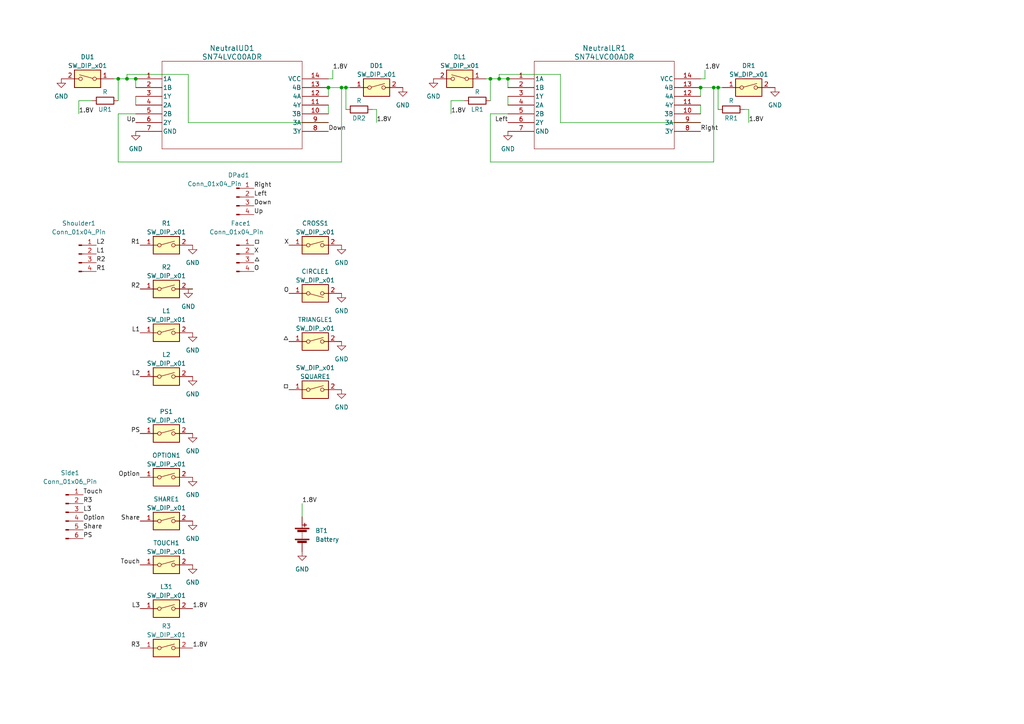
<source format=kicad_sch>
(kicad_sch (version 20230121) (generator eeschema)
  (paper "A4")
  (lib_symbols
    (symbol "2023-06-08_19-18-01:SN7400N" (pin_names (offset 0.254))
      (property "Reference" "U" (at 27.94 10.16 0))
      (property "Value" "SN7400N" (at 27.94 7.62 0))
      (symbol "SN7400N_0_1"
        (polyline (pts (xy 7.62 -20.32) (xy 48.26 -20.32)) (stroke (width 0.127)))
        (polyline (pts (xy 7.62 5.08) (xy 7.62 -20.32)) (stroke (width 0.127)))
        (polyline (pts (xy 48.26 -20.32) (xy 48.26 5.08)) (stroke (width 0.127)))
        (polyline (pts (xy 48.26 5.08) (xy 7.62 5.08)) (stroke (width 0.127)))
        (pin input line (at 0 0 0) (length 7.62) (name "1A") (number "1"))
        (pin input line (at 55.88 -10.16 180) (length 7.62) (name "3B") (number "10"))
        (pin output line (at 55.88 -7.62 180) (length 7.62) (name "4Y") (number "11"))
        (pin input line (at 55.88 -5.08 180) (length 7.62) (name "4A") (number "12"))
        (pin input line (at 55.88 -2.54 180) (length 7.62) (name "4B") (number "13"))
        (pin power_in line (at 55.88 0 180) (length 7.62) (name "VCC") (number "14"))
        (pin input line (at 0 -2.54 0) (length 7.62) (name "1B") (number "2"))
        (pin output line (at 0 -5.08 0) (length 7.62) (name "1Y") (number "3"))
        (pin input line (at 0 -7.62 0) (length 7.62) (name "2A") (number "4"))
        (pin input line (at 0 -10.16 0) (length 7.62) (name "2B") (number "5"))
        (pin output line (at 0 -12.7 0) (length 7.62) (name "2Y") (number "6"))
        (pin power_in line (at 0 -15.24 0) (length 7.62) (name "GND") (number "7"))
        (pin output line (at 55.88 -15.24 180) (length 7.62) (name "3Y") (number "8"))
        (pin input line (at 55.88 -12.7 180) (length 7.62) (name "3A") (number "9"))
      )
    )
    (symbol "Connector:Conn_01x04_Pin" (pin_names (offset 1.016) hide)
      (property "Reference" "J" (at 0 5.08 0))
      (property "Value" "Conn_01x04_Pin" (at 0 -7.62 0))
      (symbol "Conn_01x04_Pin_1_1"
        (polyline (pts (xy 1.27 -5.08) (xy 0.8636 -5.08)) (stroke (width 0.1524)))
        (polyline (pts (xy 1.27 -2.54) (xy 0.8636 -2.54)) (stroke (width 0.1524)))
        (polyline (pts (xy 1.27 0) (xy 0.8636 0)) (stroke (width 0.1524)))
        (polyline (pts (xy 1.27 2.54) (xy 0.8636 2.54)) (stroke (width 0.1524)))
        (rectangle (start 0.8636 -4.953) (end 0 -5.207) (stroke (width 0.1524)) (fill (type outline)))
        (rectangle (start 0.8636 -2.413) (end 0 -2.667) (stroke (width 0.1524)) (fill (type outline)))
        (rectangle (start 0.8636 0.127) (end 0 -0.127) (stroke (width 0.1524)) (fill (type outline)))
        (rectangle (start 0.8636 2.667) (end 0 2.413) (stroke (width 0.1524)) (fill (type outline)))
        (pin passive line (at 5.08 2.54 180) (length 3.81) (name "Pin_1") (number "1"))
        (pin passive line (at 5.08 0 180) (length 3.81) (name "Pin_2") (number "2"))
        (pin passive line (at 5.08 -2.54 180) (length 3.81) (name "Pin_3") (number "3"))
        (pin passive line (at 5.08 -5.08 180) (length 3.81) (name "Pin_4") (number "4"))
      )
    )
    (symbol "Connector:Conn_01x06_Pin" (pin_names (offset 1.016) hide)
      (property "Reference" "J" (at 0 7.62 0))
      (property "Value" "Conn_01x06_Pin" (at 0 -10.16 0))
      (symbol "Conn_01x06_Pin_1_1"
        (polyline (pts (xy 1.27 -7.62) (xy 0.8636 -7.62)) (stroke (width 0.1524)))
        (polyline (pts (xy 1.27 -5.08) (xy 0.8636 -5.08)) (stroke (width 0.1524)))
        (polyline (pts (xy 1.27 -2.54) (xy 0.8636 -2.54)) (stroke (width 0.1524)))
        (polyline (pts (xy 1.27 0) (xy 0.8636 0)) (stroke (width 0.1524)))
        (polyline (pts (xy 1.27 2.54) (xy 0.8636 2.54)) (stroke (width 0.1524)))
        (polyline (pts (xy 1.27 5.08) (xy 0.8636 5.08)) (stroke (width 0.1524)))
        (rectangle (start 0.8636 -7.493) (end 0 -7.747) (stroke (width 0.1524)) (fill (type outline)))
        (rectangle (start 0.8636 -4.953) (end 0 -5.207) (stroke (width 0.1524)) (fill (type outline)))
        (rectangle (start 0.8636 -2.413) (end 0 -2.667) (stroke (width 0.1524)) (fill (type outline)))
        (rectangle (start 0.8636 0.127) (end 0 -0.127) (stroke (width 0.1524)) (fill (type outline)))
        (rectangle (start 0.8636 2.667) (end 0 2.413) (stroke (width 0.1524)) (fill (type outline)))
        (rectangle (start 0.8636 5.207) (end 0 4.953) (stroke (width 0.1524)) (fill (type outline)))
        (pin passive line (at 5.08 5.08 180) (length 3.81) (name "Pin_1") (number "1"))
        (pin passive line (at 5.08 2.54 180) (length 3.81) (name "Pin_2") (number "2"))
        (pin passive line (at 5.08 0 180) (length 3.81) (name "Pin_3") (number "3"))
        (pin passive line (at 5.08 -2.54 180) (length 3.81) (name "Pin_4") (number "4"))
        (pin passive line (at 5.08 -5.08 180) (length 3.81) (name "Pin_5") (number "5"))
        (pin passive line (at 5.08 -7.62 180) (length 3.81) (name "Pin_6") (number "6"))
      )
    )
    (symbol "Device:Battery" (pin_numbers hide) (pin_names (offset 0) hide)
      (property "Reference" "BT" (at 2.54 2.54 0))
      (property "Value" "Battery" (at 2.54 0 0))
      (symbol "Battery_0_1"
        (rectangle (start -2.032 -1.397) (end 2.032 -1.651) (fill (type outline)))
        (rectangle (start -2.032 1.778) (end 2.032 1.524) (fill (type outline)))
        (rectangle (start -1.3208 -1.9812) (end 1.27 -2.4892) (fill (type outline)))
        (rectangle (start -1.3208 1.1938) (end 1.27 0.6858) (fill (type outline)))
        (polyline (pts (xy 0 -1.524) (xy 0 -1.27)))
        (polyline (pts (xy 0 -1.016) (xy 0 -0.762)))
        (polyline (pts (xy 0 -0.508) (xy 0 -0.254)))
        (polyline (pts (xy 0 0) (xy 0 0.254)))
        (polyline (pts (xy 0 0.508) (xy 0 0.762)))
        (polyline (pts (xy 0 1.778) (xy 0 2.54)))
        (polyline (pts (xy 0.254 2.667) (xy 1.27 2.667)) (stroke (width 0.254)))
        (polyline (pts (xy 0.762 3.175) (xy 0.762 2.159)) (stroke (width 0.254)))
      )
      (symbol "Battery_1_1"
        (pin passive line (at 0 5.08 270) (length 2.54) (name "+") (number "1"))
        (pin passive line (at 0 -5.08 90) (length 2.54) (name "-") (number "2"))
      )
    )
    (symbol "Device:R" (pin_numbers hide) (pin_names (offset 0))
      (property "Reference" "R" (at 2.032 0 90))
      (property "Value" "R" (at 0 0 90))
      (symbol "R_0_1"
        (rectangle (start -1.016 -2.54) (end 1.016 2.54) (stroke (width 0.254)))
      )
      (symbol "R_1_1"
        (pin passive line (at 0 3.81 270) (length 1.27) (name "~") (number "1"))
        (pin passive line (at 0 -3.81 90) (length 1.27) (name "~") (number "2"))
      )
    )
    (symbol "Switch:SW_DIP_x01" (pin_names (offset 0) hide)
      (property "Reference" "SW" (at 0 3.81 0))
      (property "Value" "SW_DIP_x01" (at 0 -3.81 0))
      (symbol "SW_DIP_x01_0_0"
        (circle (center -2.032 0) (radius 0.508))
        (polyline (pts (xy -1.524 0.127) (xy 2.3622 1.1684)))
        (circle (center 2.032 0) (radius 0.508))
      )
      (symbol "SW_DIP_x01_0_1"
        (rectangle (start -3.81 2.54) (end 3.81 -2.54) (stroke (width 0.254)) (fill (type background)))
      )
      (symbol "SW_DIP_x01_1_1"
        (pin passive line (at -7.62 0 0) (length 5.08) (name "~") (number "1"))
        (pin passive line (at 7.62 0 180) (length 5.08) (name "~") (number "2"))
      )
    )
    (symbol "power:GND" (power) (pin_names (offset 0))
      (property "Value" "GND" (at 0 -3.81 0))
      (symbol "GND_0_1"
        (polyline (pts (xy 0 0) (xy 0 -1.27) (xy 1.27 -1.27) (xy 0 -2.54) (xy -1.27 -1.27) (xy 0 -1.27)))
      )
      (symbol "GND_1_1"
        (pin power_in line (at 0 0 270) (length 0) hide (name "GND") (number "1"))
      )
    )
  )
  (junction (at 34.29 22.86))
  (junction (at 95.25 25.4))
  (junction (at 100.33 25.4))
  (junction (at 142.24 22.86))
  (junction (at 208.28 25.4))
  (junction (at 144.78 22.86))
  (junction (at 99.06 25.4))
  (junction (at 207.01 25.4))
  (junction (at 203.2 25.4))
  (junction (at 39.37 22.86))
  (junction (at 36.83 22.86))
  (junction (at 147.32 22.86))
  (wire (pts (xy 34.29 22.86) (xy 36.83 22.86)))
  (wire (pts (xy 207.01 25.4) (xy 208.28 25.4)))
  (wire (pts (xy 39.37 22.86) (xy 39.37 25.4)))
  (wire (pts (xy 54.61 21.59) (xy 36.83 21.59)))
  (wire (pts (xy 203.2 25.4) (xy 203.2 27.94)))
  (wire (pts (xy 140.97 22.86) (xy 142.24 22.86)))
  (wire (pts (xy 39.37 27.94) (xy 39.37 30.48)))
  (wire (pts (xy 33.02 22.86) (xy 34.29 22.86)))
  (wire (pts (xy 100.33 25.4) (xy 101.6 25.4)))
  (wire (pts (xy 162.56 21.59) (xy 144.78 21.59)))
  (wire (pts (xy 107.95 31.75) (xy 109.22 31.75)))
  (wire (pts (xy 142.24 22.86) (xy 142.24 29.21)))
  (wire (pts (xy 208.28 25.4) (xy 208.28 31.75)))
  (wire (pts (xy 134.62 29.21) (xy 130.81 29.21)))
  (wire (pts (xy 54.61 35.56) (xy 54.61 21.59)))
  (wire (pts (xy 203.2 30.48) (xy 203.2 33.02)))
  (wire (pts (xy 34.29 22.86) (xy 34.29 29.21)))
  (wire (pts (xy 142.24 22.86) (xy 144.78 22.86)))
  (wire (pts (xy 34.29 33.02) (xy 39.37 33.02)))
  (wire (pts (xy 95.25 22.86) (xy 96.52 22.86)))
  (wire (pts (xy 99.06 25.4) (xy 99.06 46.99)))
  (wire (pts (xy 203.2 35.56) (xy 162.56 35.56)))
  (wire (pts (xy 95.25 30.48) (xy 95.25 33.02)))
  (wire (pts (xy 147.32 22.86) (xy 147.32 25.4)))
  (wire (pts (xy 217.17 31.75) (xy 217.17 35.56)))
  (wire (pts (xy 22.86 29.21) (xy 22.86 33.02)))
  (wire (pts (xy 34.29 46.99) (xy 34.29 33.02)))
  (wire (pts (xy 36.83 21.59) (xy 36.83 22.86)))
  (wire (pts (xy 162.56 35.56) (xy 162.56 21.59)))
  (wire (pts (xy 203.2 22.86) (xy 204.47 22.86)))
  (wire (pts (xy 208.28 25.4) (xy 209.55 25.4)))
  (wire (pts (xy 100.33 25.4) (xy 100.33 31.75)))
  (wire (pts (xy 207.01 25.4) (xy 207.01 46.99)))
  (wire (pts (xy 142.24 33.02) (xy 147.32 33.02)))
  (wire (pts (xy 26.67 29.21) (xy 22.86 29.21)))
  (wire (pts (xy 142.24 46.99) (xy 142.24 33.02)))
  (wire (pts (xy 99.06 46.99) (xy 34.29 46.99)))
  (wire (pts (xy 95.25 25.4) (xy 99.06 25.4)))
  (wire (pts (xy 55.88 83.82) (xy 54.61 83.82)))
  (wire (pts (xy 109.22 31.75) (xy 109.22 35.56)))
  (wire (pts (xy 36.83 22.86) (xy 39.37 22.86)))
  (wire (pts (xy 130.81 29.21) (xy 130.81 33.02)))
  (wire (pts (xy 147.32 27.94) (xy 147.32 30.48)))
  (wire (pts (xy 144.78 21.59) (xy 144.78 22.86)))
  (wire (pts (xy 95.25 35.56) (xy 54.61 35.56)))
  (wire (pts (xy 215.9 31.75) (xy 217.17 31.75)))
  (wire (pts (xy 99.06 25.4) (xy 100.33 25.4)))
  (wire (pts (xy 204.47 22.86) (xy 204.47 20.32)))
  (wire (pts (xy 203.2 25.4) (xy 207.01 25.4)))
  (wire (pts (xy 95.25 25.4) (xy 95.25 27.94)))
  (wire (pts (xy 87.63 146.05) (xy 87.63 149.86)))
  (wire (pts (xy 207.01 46.99) (xy 142.24 46.99)))
  (wire (pts (xy 144.78 22.86) (xy 147.32 22.86)))
  (wire (pts (xy 96.52 22.86) (xy 96.52 20.32)))
  (label "PS" (at 40.64 125.73 180))
  (label "L2" (at 40.64 109.22 180))
  (label "Touch" (at 40.64 163.83 180))
  (label "Left" (at 147.32 35.56 180))
  (label "R2" (at 40.64 83.82 180))
  (label "Down" (at 73.66 59.69 0))
  (label "R2" (at 27.94 76.2 0))
  (label "L3" (at 40.64 176.53 180))
  (label "L3" (at 24.13 148.59 0))
  (label "Touch" (at 24.13 143.51 0))
  (label "Option" (at 24.13 151.13 0))
  (label "1.8V" (at 217.17 35.56 0))
  (label "Up" (at 39.37 35.56 180))
  (label "Left" (at 73.66 57.15 0))
  (label "X" (at 73.66 73.66 0))
  (label "L1" (at 27.94 73.66 0))
  (label "L1" (at 40.64 96.52 180))
  (label "R1" (at 40.64 71.12 180))
  (label "1.8V" (at 22.86 33.02 0))
  (label "R3" (at 40.64 187.96 180))
  (label "1.8V" (at 130.81 33.02 0))
  (label "1.8V" (at 87.63 146.05 0))
  (label "Up" (at 73.66 62.23 0))
  (label "1.8V" (at 109.22 35.56 0))
  (label "□" (at 73.66 71.12 0))
  (label "△" (at 83.82 99.06 180))
  (label "1.8V" (at 55.88 187.96 0))
  (label "Share" (at 40.64 151.13 180))
  (label "□" (at 83.82 113.03 180))
  (label "1.8V" (at 204.47 20.32 0))
  (label "1.8V" (at 96.52 20.32 0))
  (label "O" (at 83.82 85.09 180))
  (label "X" (at 83.82 71.12 180))
  (label "△" (at 73.66 76.2 0))
  (label "PS" (at 24.13 156.21 0))
  (label "Share" (at 24.13 153.67 0))
  (label "Right" (at 73.66 54.61 0))
  (label "O" (at 73.66 78.74 0))
  (label "1.8V" (at 55.88 176.53 0))
  (label "Option" (at 40.64 138.43 180))
  (label "R3" (at 24.13 146.05 0))
  (label "Down" (at 95.25 38.1 0))
  (label "Right" (at 203.2 38.1 0))
  (label "R1" (at 27.94 78.74 0))
  (label "L2" (at 27.94 71.12 0))
  (symbol (lib_id "Connector:Conn_01x04_Pin") (at 68.58 73.66 0) (unit 1)
    (property "Reference" "Face1" (at 69.85 64.77 0))
    (property "Value" "Conn_01x04_Pin" (at 68.58 67.31 0))
    (property "Footprint" "Connector_PinSocket_2.54mm:PinSocket_1x04_P2.54mm_Vertical" (effects hide))
  )
  (symbol (lib_id "Switch:SW_DIP_x01") (at 48.26 187.96 0) (unit 1)
    (property "Reference" "R3" (at 48.26 181.61 0))
    (property "Value" "SW_DIP_x01" (at 48.26 184.15 0))
    (property "Footprint" "Button_Switch_THT:SW_PUSH_6mm" (effects hide))
  )
  (symbol (lib_id "Switch:SW_DIP_x01") (at 48.26 138.43 0) (unit 1)
    (property "Reference" "OPTION1" (at 48.26 132.08 0))
    (property "Value" "SW_DIP_x01" (at 48.26 134.62 0))
    (property "Footprint" "Button_Switch_THT:SW_PUSH_6mm" (effects hide))
  )
  (symbol (lib_id "Switch:SW_DIP_x01") (at 48.26 83.82 0) (unit 1)
    (property "Reference" "R2" (at 48.26 77.47 0))
    (property "Value" "SW_DIP_x01" (at 48.26 80.01 0))
    (property "Footprint" "footprints:Kailh_socket_MX_optional" (effects hide))
  )
  (symbol (lib_id "power:GND") (at 55.88 138.43 0) (unit 1)
    (property "Reference" "#PWR013" (effects hide))
    (property "Value" "GND" (at 55.88 143.51 0))
  )
  (symbol (lib_id "Switch:SW_DIP_x01") (at 48.26 96.52 0) (unit 1)
    (property "Reference" "L1" (at 48.26 90.17 0))
    (property "Value" "SW_DIP_x01" (at 48.26 92.71 0))
    (property "Footprint" "footprints:Kailh_socket_MX_optional" (effects hide))
  )
  (symbol (lib_id "Device:R") (at 104.14 31.75 90) (unit 1)
    (property "Reference" "DR2" (at 104.14 34.29 90))
    (property "Value" "R" (at 104.14 29.21 90))
    (property "Footprint" "Resistor_THT:R_Axial_DIN0207_L6.3mm_D2.5mm_P10.16mm_Horizontal" (effects hide))
  )
  (symbol (lib_id "power:GND") (at 55.88 109.22 0) (unit 1)
    (property "Reference" "#PWR011" (effects hide))
    (property "Value" "GND" (at 55.88 114.3 0))
  )
  (symbol (lib_id "power:GND") (at 55.88 163.83 0) (unit 1)
    (property "Reference" "#PWR016" (effects hide))
    (property "Value" "GND" (at 55.88 168.91 0))
  )
  (symbol (lib_id "power:GND") (at 99.06 99.06 0) (unit 1)
    (property "Reference" "#PWR05" (effects hide))
    (property "Value" "GND" (at 99.06 104.14 0))
  )
  (symbol (lib_id "Switch:SW_DIP_x01") (at 91.44 71.12 0) (unit 1)
    (property "Reference" "CROSS1" (at 91.44 64.77 0))
    (property "Value" "SW_DIP_x01" (at 91.44 67.31 0))
    (property "Footprint" "footprints:Kailh_socket_MX_optional" (effects hide))
  )
  (symbol (lib_id "Device:R") (at 138.43 29.21 90) (unit 1)
    (property "Reference" "LR1" (at 138.43 31.75 90))
    (property "Value" "R" (at 138.43 26.67 90))
    (property "Footprint" "Resistor_THT:R_Axial_DIN0207_L6.3mm_D2.5mm_P10.16mm_Horizontal" (effects hide))
  )
  (symbol (lib_id "power:GND") (at 99.06 113.03 0) (unit 1)
    (property "Reference" "#PWR06" (effects hide))
    (property "Value" "GND" (at 99.06 118.11 0))
  )
  (symbol (lib_id "power:GND") (at 116.84 25.4 0) (unit 1)
    (property "Reference" "#PWR022" (effects hide))
    (property "Value" "GND" (at 116.84 30.48 0))
  )
  (symbol (lib_id "Switch:SW_DIP_x01") (at 25.4 22.86 0) (mirror y) (unit 1)
    (property "Reference" "DU1" (at 25.4 16.51 0))
    (property "Value" "SW_DIP_x01" (at 25.4 19.05 0))
    (property "Footprint" "footprints:Kailh_socket_MX_optional" (effects hide))
  )
  (symbol (lib_id "Device:Battery") (at 87.63 154.94 0) (unit 1)
    (property "Reference" "BT1" (at 91.44 153.924 0) (effects (justify left)))
    (property "Value" "Battery" (at 91.44 156.464 0) (effects (justify left)))
    (property "Footprint" "Connector_PinSocket_2.54mm:PinSocket_1x02_P2.54mm_Vertical" (effects hide))
  )
  (symbol (lib_id "2023-06-08_19-18-01:SN7400N") (at 147.32 22.86 0) (unit 1)
    (property "Reference" "NeutralLR1" (at 175.26 13.97 0) (effects (font (size 1.524 1.524))))
    (property "Value" "SN74LVC00ADR" (at 175.26 16.51 0) (effects (font (size 1.524 1.524))))
    (property "Footprint" "footprints:SN74LVC00ADR" (effects hide))
    (property "Datasheet" "SN74LVC00ADR" (effects hide))
  )
  (symbol (lib_id "Connector:Conn_01x04_Pin") (at 68.58 57.15 0) (unit 1)
    (property "Reference" "DPad1" (at 69.215 50.8 0))
    (property "Value" "Conn_01x04_Pin" (at 62.23 53.34 0))
    (property "Footprint" "Connector_PinSocket_2.54mm:PinSocket_1x04_P2.54mm_Vertical" (effects hide))
  )
  (symbol (lib_id "power:GND") (at 147.32 38.1 0) (unit 1)
    (property "Reference" "#PWR04" (effects hide))
    (property "Value" "GND" (at 147.32 43.18 0))
  )
  (symbol (lib_id "Switch:SW_DIP_x01") (at 48.26 176.53 0) (unit 1)
    (property "Reference" "L31" (at 48.26 170.18 0))
    (property "Value" "SW_DIP_x01" (at 48.26 172.72 0))
    (property "Footprint" "Button_Switch_THT:SW_PUSH_6mm" (effects hide))
  )
  (symbol (lib_id "Switch:SW_DIP_x01") (at 133.35 22.86 0) (mirror y) (unit 1)
    (property "Reference" "DL1" (at 133.35 16.51 0))
    (property "Value" "SW_DIP_x01" (at 133.35 19.05 0))
    (property "Footprint" "footprints:Kailh_socket_MX_optional" (effects hide))
  )
  (symbol (lib_id "Switch:SW_DIP_x01") (at 91.44 99.06 0) (unit 1)
    (property "Reference" "TRIANGLE1" (at 91.44 92.71 0))
    (property "Value" "SW_DIP_x01" (at 91.44 95.25 0))
    (property "Footprint" "footprints:Kailh_socket_MX_optional" (effects hide))
  )
  (symbol (lib_id "power:GND") (at 55.88 96.52 0) (unit 1)
    (property "Reference" "#PWR02" (effects hide))
    (property "Value" "GND" (at 55.88 101.6 0))
  )
  (symbol (lib_id "power:GND") (at 125.73 22.86 0) (mirror y) (unit 1)
    (property "Reference" "#PWR09" (effects hide))
    (property "Value" "GND" (at 125.73 27.94 0))
  )
  (symbol (lib_id "power:GND") (at 87.63 160.02 0) (unit 1)
    (property "Reference" "#PWR019" (effects hide))
    (property "Value" "GND" (at 87.63 165.1 0))
  )
  (symbol (lib_id "power:GND") (at 17.78 22.86 0) (mirror y) (unit 1)
    (property "Reference" "#PWR018" (effects hide))
    (property "Value" "GND" (at 17.78 27.94 0))
  )
  (symbol (lib_id "Switch:SW_DIP_x01") (at 48.26 125.73 0) (unit 1)
    (property "Reference" "PS1" (at 48.26 119.38 0))
    (property "Value" "SW_DIP_x01" (at 48.26 121.92 0))
    (property "Footprint" "Button_Switch_THT:SW_PUSH_6mm" (effects hide))
  )
  (symbol (lib_id "power:GND") (at 55.88 71.12 0) (unit 1)
    (property "Reference" "#PWR01" (effects hide))
    (property "Value" "GND" (at 55.88 76.2 0))
  )
  (symbol (lib_id "power:GND") (at 99.06 85.09 0) (mirror y) (unit 1)
    (property "Reference" "#PWR020" (effects hide))
    (property "Value" "GND" (at 99.06 90.17 0))
  )
  (symbol (lib_id "power:GND") (at 55.88 125.73 0) (unit 1)
    (property "Reference" "#PWR014" (effects hide))
    (property "Value" "GND" (at 55.88 130.81 0))
  )
  (symbol (lib_id "Switch:SW_DIP_x01") (at 48.26 71.12 0) (unit 1)
    (property "Reference" "R1" (at 48.26 64.77 0))
    (property "Value" "SW_DIP_x01" (at 48.26 67.31 0))
    (property "Footprint" "footprints:Kailh_socket_MX_optional" (effects hide))
  )
  (symbol (lib_id "power:GND") (at 224.79 25.4 0) (unit 1)
    (property "Reference" "#PWR010" (effects hide))
    (property "Value" "GND" (at 224.79 30.48 0))
  )
  (symbol (lib_id "Switch:SW_DIP_x01") (at 48.26 151.13 0) (unit 1)
    (property "Reference" "SHARE1" (at 48.26 144.78 0))
    (property "Value" "SW_DIP_x01" (at 48.26 147.32 0))
    (property "Footprint" "Button_Switch_THT:SW_PUSH_6mm" (effects hide))
  )
  (symbol (lib_id "Switch:SW_DIP_x01") (at 48.26 109.22 0) (unit 1)
    (property "Reference" "L2" (at 48.26 102.87 0))
    (property "Value" "SW_DIP_x01" (at 48.26 105.41 0))
    (property "Footprint" "footprints:Kailh_socket_MX_optional" (effects hide))
  )
  (symbol (lib_id "Device:R") (at 212.09 31.75 90) (unit 1)
    (property "Reference" "RR1" (at 212.09 34.29 90))
    (property "Value" "R" (at 212.09 29.21 90))
    (property "Footprint" "Resistor_THT:R_Axial_DIN0207_L6.3mm_D2.5mm_P10.16mm_Horizontal" (effects hide))
  )
  (symbol (lib_id "Connector:Conn_01x04_Pin") (at 22.86 73.66 0) (unit 1)
    (property "Reference" "Shoulder1" (at 22.86 64.77 0))
    (property "Value" "Conn_01x04_Pin" (at 22.86 67.31 0))
    (property "Footprint" "Connector_PinSocket_2.54mm:PinSocket_1x04_P2.54mm_Vertical" (effects hide))
  )
  (symbol (lib_id "Device:R") (at 30.48 29.21 90) (unit 1)
    (property "Reference" "UR1" (at 30.48 31.75 90))
    (property "Value" "R" (at 30.48 26.67 90))
    (property "Footprint" "Resistor_THT:R_Axial_DIN0207_L6.3mm_D2.5mm_P10.16mm_Horizontal" (effects hide))
  )
  (symbol (lib_id "Connector:Conn_01x06_Pin") (at 19.05 148.59 0) (unit 1)
    (property "Reference" "Side1" (at 20.32 137.16 0))
    (property "Value" "Conn_01x06_Pin" (at 20.32 139.7 0))
    (property "Footprint" "Connector_PinHeader_2.54mm:PinHeader_1x06_P2.54mm_Vertical" (effects hide))
  )
  (symbol (lib_id "Switch:SW_DIP_x01") (at 48.26 163.83 0) (unit 1)
    (property "Reference" "TOUCH1" (at 48.26 157.48 0))
    (property "Value" "SW_DIP_x01" (at 48.26 160.02 0))
    (property "Footprint" "Button_Switch_THT:SW_PUSH_6mm" (effects hide))
  )
  (symbol (lib_id "power:GND") (at 39.37 38.1 0) (unit 1)
    (property "Reference" "#PWR021" (effects hide))
    (property "Value" "GND" (at 39.37 43.18 0))
  )
  (symbol (lib_id "power:GND") (at 99.06 71.12 0) (unit 1)
    (property "Reference" "#PWR03" (effects hide))
    (property "Value" "GND" (at 99.06 76.2 0))
  )
  (symbol (lib_id "Switch:SW_DIP_x01") (at 109.22 25.4 0) (unit 1)
    (property "Reference" "DD1" (at 109.22 19.05 0))
    (property "Value" "SW_DIP_x01" (at 109.22 21.59 0))
    (property "Footprint" "footprints:Kailh_socket_MX_optional" (effects hide))
  )
  (symbol (lib_id "Switch:SW_DIP_x01") (at 91.44 85.09 0) (mirror x) (unit 1)
    (property "Reference" "CIRCLE1" (at 91.44 78.74 0))
    (property "Value" "SW_DIP_x01" (at 91.44 81.28 0))
    (property "Footprint" "footprints:Kailh_socket_MX_optional" (effects hide))
  )
  (symbol (lib_id "2023-06-08_19-18-01:SN7400N") (at 39.37 22.86 0) (unit 1)
    (property "Reference" "NeutralUD1" (at 67.31 13.97 0) (effects (font (size 1.524 1.524))))
    (property "Value" "SN74LVC00ADR" (at 67.31 16.51 0) (effects (font (size 1.524 1.524))))
    (property "Footprint" "footprints:SN74LVC00ADR" (effects hide))
    (property "Datasheet" "SN74LVC00ADR" (effects hide))
  )
  (symbol (lib_id "power:GND") (at 54.61 83.82 0) (unit 1)
    (property "Reference" "#PWR012" (effects hide))
    (property "Value" "GND" (at 54.61 88.9 0))
  )
  (symbol (lib_id "Switch:SW_DIP_x01") (at 217.17 25.4 0) (unit 1)
    (property "Reference" "DR1" (at 217.17 19.05 0))
    (property "Value" "SW_DIP_x01" (at 217.17 21.59 0))
    (property "Footprint" "footprints:Kailh_socket_MX_optional" (effects hide))
  )
  (symbol (lib_id "power:GND") (at 55.88 151.13 0) (unit 1)
    (property "Reference" "#PWR015" (effects hide))
    (property "Value" "GND" (at 55.88 156.21 0))
  )
  (symbol (lib_id "Switch:SW_DIP_x01") (at 91.44 113.03 0) (unit 1)
    (property "Reference" "SQUARE1" (at 91.44 109.22 0))
    (property "Value" "SW_DIP_x01" (at 91.44 106.68 0))
    (property "Footprint" "footprints:Kailh_socket_MX_optional" (effects hide))
  )
)
</source>
